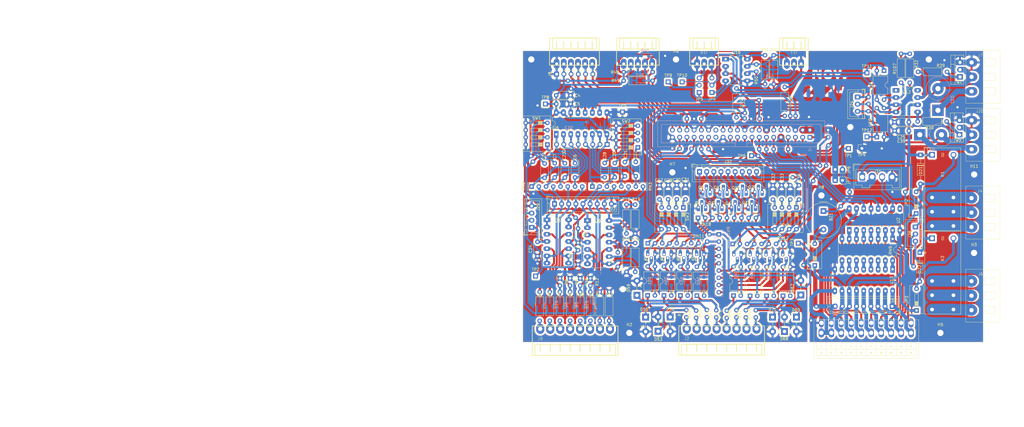
<source format=kicad_pcb>
(kicad_pcb
	(version 20240108)
	(generator "pcbnew")
	(generator_version "8.0")
	(general
		(thickness 1.6)
		(legacy_teardrops no)
	)
	(paper "A4")
	(layers
		(0 "F.Cu" signal)
		(1 "In1.Cu" signal)
		(2 "In2.Cu" signal)
		(31 "B.Cu" signal)
		(32 "B.Adhes" user "B.Adhesive")
		(33 "F.Adhes" user "F.Adhesive")
		(34 "B.Paste" user)
		(35 "F.Paste" user)
		(36 "B.SilkS" user "B.Silkscreen")
		(37 "F.SilkS" user "F.Silkscreen")
		(38 "B.Mask" user)
		(39 "F.Mask" user)
		(40 "Dwgs.User" user "User.Drawings")
		(41 "Cmts.User" user "User.Comments")
		(42 "Eco1.User" user "User.Eco1")
		(43 "Eco2.User" user "User.Eco2")
		(44 "Edge.Cuts" user)
		(45 "Margin" user)
		(46 "B.CrtYd" user "B.Courtyard")
		(47 "F.CrtYd" user "F.Courtyard")
		(48 "B.Fab" user)
		(49 "F.Fab" user)
		(50 "User.1" user)
		(51 "User.2" user)
		(52 "User.3" user)
		(53 "User.4" user)
		(54 "User.5" user)
		(55 "User.6" user)
		(56 "User.7" user)
		(57 "User.8" user)
		(58 "User.9" user)
	)
	(setup
		(stackup
			(layer "F.SilkS"
				(type "Top Silk Screen")
			)
			(layer "F.Paste"
				(type "Top Solder Paste")
			)
			(layer "F.Mask"
				(type "Top Solder Mask")
				(thickness 0.01)
			)
			(layer "F.Cu"
				(type "copper")
				(thickness 0.035)
			)
			(layer "dielectric 1"
				(type "prepreg")
				(thickness 0.1)
				(material "FR4")
				(epsilon_r 4.5)
				(loss_tangent 0.02)
			)
			(layer "In1.Cu"
				(type "copper")
				(thickness 0.035)
			)
			(layer "dielectric 2"
				(type "core")
				(thickness 1.24)
				(material "FR4")
				(epsilon_r 4.5)
				(loss_tangent 0.02)
			)
			(layer "In2.Cu"
				(type "copper")
				(thickness 0.035)
			)
			(layer "dielectric 3"
				(type "prepreg")
				(thickness 0.1)
				(material "FR4")
				(epsilon_r 4.5)
				(loss_tangent 0.02)
			)
			(layer "B.Cu"
				(type "copper")
				(thickness 0.035)
			)
			(layer "B.Mask"
				(type "Bottom Solder Mask")
				(thickness 0.01)
			)
			(layer "B.Paste"
				(type "Bottom Solder Paste")
			)
			(layer "B.SilkS"
				(type "Bottom Silk Screen")
				(color "Red")
			)
			(copper_finish "None")
			(dielectric_constraints no)
		)
		(pad_to_mask_clearance 0)
		(allow_soldermask_bridges_in_footprints no)
		(pcbplotparams
			(layerselection 0x0000000_7ffffff9)
			(plot_on_all_layers_selection 0x00290ba_00000000)
			(disableapertmacros no)
			(usegerberextensions no)
			(usegerberattributes no)
			(usegerberadvancedattributes yes)
			(creategerberjobfile yes)
			(dashed_line_dash_ratio 12.000000)
			(dashed_line_gap_ratio 3.000000)
			(svgprecision 4)
			(plotframeref no)
			(viasonmask no)
			(mode 1)
			(useauxorigin no)
			(hpglpennumber 1)
			(hpglpenspeed 20)
			(hpglpendiameter 15.000000)
			(pdf_front_fp_property_popups yes)
			(pdf_back_fp_property_popups yes)
			(dxfpolygonmode yes)
			(dxfimperialunits yes)
			(dxfusepcbnewfont yes)
			(psnegative no)
			(psa4output no)
			(plotreference no)
			(plotvalue no)
			(plotfptext no)
			(plotinvisibletext no)
			(sketchpadsonfab no)
			(subtractmaskfromsilk no)
			(outputformat 5)
			(mirror no)
			(drillshape 1)
			(scaleselection 1)
			(outputdirectory "export/")
		)
	)
	(net 0 "")
	(net 1 "+5V")
	(net 2 "/Buzzer")
	(net 3 "GND")
	(net 4 "+3V3")
	(net 5 "/ADC_CH3")
	(net 6 "/ADC_CH1")
	(net 7 "+12V")
	(net 8 "/Dig-IN_1")
	(net 9 "-5V")
	(net 10 "/ADC_CH5")
	(net 11 "/ADC_CH6")
	(net 12 "/ADC_CH0")
	(net 13 "/ADC_CH2")
	(net 14 "/ADC_CH7")
	(net 15 "/ADC_CH4")
	(net 16 "/Dig-IN_2")
	(net 17 "/Dig-IN_3")
	(net 18 "/Dig-IN_4")
	(net 19 "/Dig-IN_5")
	(net 20 "/Dig-IN_6")
	(net 21 "/Dig-IN_7")
	(net 22 "/Dig-IN_8")
	(net 23 "OUT_Digital_1_open-drain")
	(net 24 "Net-(U3C-+)")
	(net 25 "Net-(U3D-+)")
	(net 26 "IN_Analog_T1 (0-3.3V)")
	(net 27 "IN_Analog_T5 (0-12V)")
	(net 28 "Net-(U9B-+)")
	(net 29 "/OUT_PWM_1_diode")
	(net 30 "/OUT_PWM_2_diode")
	(net 31 "Net-(U9A-+)")
	(net 32 "OUT_Digital_2_open-drain")
	(net 33 "OUT_Digital_3_open-drain")
	(net 34 "OUT_Digital_4_open-drain")
	(net 35 "OUT_Digital_5_open-drain")
	(net 36 "Net-(U3A-+)")
	(net 37 "I2C_SDA")
	(net 38 "RS485_B")
	(net 39 "RS485_A")
	(net 40 "Net-(D50-A1)")
	(net 41 "Net-(D51-A)")
	(net 42 "Net-(D53-A1)")
	(net 43 "Net-(D54-A)")
	(net 44 "Net-(D56-A1)")
	(net 45 "Net-(D57-A)")
	(net 46 "Net-(D59-A1)")
	(net 47 "Net-(D60-A)")
	(net 48 "Net-(D62-A1)")
	(net 49 "Net-(D63-A)")
	(net 50 "Net-(D65-A1)")
	(net 51 "Net-(D66-A)")
	(net 52 "Net-(D68-A1)")
	(net 53 "Net-(D69-A)")
	(net 54 "Net-(D71-A1)")
	(net 55 "Net-(D72-A)")
	(net 56 "unconnected-(J1-ID_SD{slash}GPIO0-Pad27)")
	(net 57 "/SPI_CE0_ADC")
	(net 58 "Net-(J1-3V3-Pad1)")
	(net 59 "/SPI0_miso_ADC")
	(net 60 "/UART_DIR-T")
	(net 61 "/SPI0_mosi_ADC")
	(net 62 "/SPI0_sclk_ADC")
	(net 63 "/UART_TX")
	(net 64 "/SPI1_miso_FREE")
	(net 65 "/SR-OUT_latch")
	(net 66 "/SPI1_mosi_FREE")
	(net 67 "/SR-OUT_clock")
	(net 68 "/SR-OUT_data")
	(net 69 "unconnected-(J1-ID_SC{slash}GPIO1-Pad28)")
	(net 70 "/SPI1_CE_FREE")
	(net 71 "/UART_RX")
	(net 72 "/OUT_PWM_2")
	(net 73 "/SPI1_sclk_FREE")
	(net 74 "/OUT_PWM_1")
	(net 75 "IN_Digital_8")
	(net 76 "IN_Digital_5")
	(net 77 "IN_Digital_2")
	(net 78 "IN_Digital_3")
	(net 79 "IN_Digital_4")
	(net 80 "IN_Digital_6")
	(net 81 "IN_Digital_7")
	(net 82 "IN_Digital_1")
	(net 83 "OUT_Digital_8")
	(net 84 "OUT_Digital_7_open-drain")
	(net 85 "OUT_Digital_2")
	(net 86 "OUT_Digital_4")
	(net 87 "OUT_Digital_5")
	(net 88 "OUT_Digital_6")
	(net 89 "OUT_Digital_3")
	(net 90 "OUT_Digital_7")
	(net 91 "OUT_Digital_8_open-drain")
	(net 92 "OUT_Digital_1")
	(net 93 "OUT_Digital_6_open-drain")
	(net 94 "Net-(J4-Pin_1)")
	(net 95 "Net-(J4-Pin_2)")
	(net 96 "Net-(J4-Pin_3)")
	(net 97 "OUT_Digital_COM_open-drain")
	(net 98 "Net-(J6-Pin_1)")
	(net 99 "Net-(J6-Pin_3)")
	(net 100 "Net-(J6-Pin_2)")
	(net 101 "IN_Analog_T4 (0-5V)")
	(net 102 "IN_Analog_T2 (0-3.3V)")
	(net 103 "IN_Analog_T8 (0-20mA)")
	(net 104 "IN_Analog_T6 (0-24V)")
	(net 105 "IN_Analog_T7 (0-20mA)")
	(net 106 "IN_Analog_T3 (0-5V)")
	(net 107 "Net-(Q1-G)")
	(net 108 "Net-(Q2-G)")
	(net 109 "Net-(Q2-D)")
	(net 110 "Net-(Q5-G)")
	(net 111 "Net-(C17-Pad1)")
	(net 112 "Net-(Q7-G)")
	(net 113 "Net-(Q7-D)")
	(net 114 "Net-(C29-Pad1)")
	(net 115 "Net-(Q9-G)")
	(net 116 "Net-(C30-Pad1)")
	(net 117 "Net-(Q10-G)")
	(net 118 "Net-(Q11-D)")
	(net 119 "Net-(Q11-G)")
	(net 120 "Net-(C31-Pad1)")
	(net 121 "Net-(Q13-G)")
	(net 122 "Net-(Q13-D)")
	(net 123 "Net-(C32-Pad1)")
	(net 124 "Net-(Q15-D)")
	(net 125 "Net-(Q15-G)")
	(net 126 "Net-(C33-Pad1)")
	(net 127 "Net-(Q17-G)")
	(net 128 "Net-(Q17-D)")
	(net 129 "Net-(C34-Pad1)")
	(net 130 "Net-(Q19-D)")
	(net 131 "Net-(Q19-G)")
	(net 132 "Net-(C35-Pad1)")
	(net 133 "Net-(U9C--)")
	(net 134 "Net-(U12-~{OUTA})")
	(net 135 "Net-(U12-~{OUTB})")
	(net 136 "Net-(U12-INB)")
	(net 137 "Net-(R33-Pad1)")
	(net 138 "Net-(U9D--)")
	(net 139 "Net-(U12-INA)")
	(net 140 "Net-(R108-Pad1)")
	(net 141 "unconnected-(U2-QH'-Pad9)")
	(net 142 "unconnected-(U12-NC-Pad8)")
	(net 143 "unconnected-(U12-NC-Pad1)")
	(net 144 "Net-(U3B-+)")
	(net 145 "/LED_analog-CH1-T1")
	(net 146 "/LED_analog-CH5-T5")
	(net 147 "/LED_analog-CH0-T2")
	(net 148 "/LED_analog-CH7-T7")
	(net 149 "/LED_analog-CH3-T3")
	(net 150 "/LED_analog-CH2-T4")
	(net 151 "/LED_analog-CH4-T6")
	(net 152 "/LED_analog-CH6-T8")
	(net 153 "/LED_digital-out_2")
	(net 154 "/LED_digital-out_8")
	(net 155 "/LED_digital-out_6")
	(net 156 "/LED_digital-out_5")
	(net 157 "/LED_digital-out_4")
	(net 158 "/LED_digital-out_7")
	(net 159 "/LED_digital-out_1")
	(net 160 "/LED_digital-out_3")
	(net 161 "/LED_relay-1")
	(net 162 "/LED_PWM-1")
	(net 163 "/LED_PWM-2")
	(net 164 "/LED_relay-2")
	(net 165 "Net-(RN9-R2.2)")
	(net 166 "Net-(RN9-R8.2)")
	(net 167 "Net-(RN9-R7.2)")
	(net 168 "Net-(RN9-R5.2)")
	(net 169 "Net-(RN9-R1.2)")
	(net 170 "Net-(RN9-R6.2)")
	(net 171 "Net-(RN9-R3.2)")
	(net 172 "Net-(RN9-R4.2)")
	(net 173 "/DIP_EN-Filter-ADC3")
	(net 174 "/DIP_EN-Filter-ADC1")
	(net 175 "/DIP_EN-Filter-ADC5")
	(net 176 "/DIP_EN-Filter-ADC6")
	(net 177 "/DIP_EN-Filter-ADC0")
	(net 178 "/DIP_EN-Filter-ADC2")
	(net 179 "/DIP_EN-Filter-ADC7")
	(net 180 "/DIP_EN-Filter-ADC4")
	(net 181 "I2C_SCL")
	(net 182 "Net-(J10-Pin_2)")
	(net 183 "Net-(J10-Pin_1)")
	(net 184 "Net-(JP4-A)")
	(net 185 "Net-(JP5-A)")
	(net 186 "Net-(JP6-A)")
	(net 187 "+5VP")
	(net 188 "+3V3P")
	(footprint "Connector_JST:JST_XH_B9B-XH-A_1x09_P2.50mm_Vertical" (layer "F.Cu") (at 130.3415 74.427611))
	(footprint "Resistor_THT:R_Axial_DIN0207_L6.3mm_D2.5mm_P2.54mm_Vertical" (layer "F.Cu") (at 150.2831 36.755811 -90))
	(footprint "Button_Switch_THT:SW_DIP_SPSTx04_Slide_9.78x12.34mm_W7.62mm_P2.54mm" (layer "F.Cu") (at 76.9216 64.886811 180))
	(footprint "Package_TO_SOT_THT:TO-92_HandSolder" (layer "F.Cu") (at 129.9097 86.945411))
	(footprint "Package_DIP:DIP-4_W10.16mm" (layer "F.Cu") (at 192.5691 62.232811 90))
	(footprint "Button_Switch_THT:SW_DIP_SPSTx01_Slide_9.78x4.72mm_W7.62mm_P2.54mm" (layer "F.Cu") (at 170.7981 107.323311 90))
	(footprint "Relay_THT:Relay_SPDT_Omron_G2RL-1-E" (layer "F.Cu") (at 211.9771 68.473811))
	(footprint "Resistor_THT:R_Axial_DIN0207_L6.3mm_D2.5mm_P10.16mm_Horizontal" (layer "F.Cu") (at 98.5941 116.585511 -90))
	(footprint "Package_DIP:DIP-8_W7.62mm_LongPads" (layer "F.Cu") (at 139.4881 34.907811))
	(footprint "Diode_THT:D_DO-15_P5.08mm_Vertical_AnodeUp" (layer "F.Cu") (at 108.3451 117.810811 90))
	(footprint "custom-footprints1:WAGO 713-1430 MINI HD Stiftleiste gewinkelt 2x10-polig, RM 3,5" (layer "F.Cu") (at 188.8601 131.987811))
	(footprint "Resistor_THT:R_Array_SIP8" (layer "F.Cu") (at 112.1731 99.539861))
	(footprint "Resistor_THT:R_Axial_DIN0207_L6.3mm_D2.5mm_P10.16mm_Horizontal" (layer "F.Cu") (at 91.9901 116.585511 -90))
	(footprint "Capacitor_THT:C_Disc_D7.0mm_W2.5mm_P5.00mm" (layer "F.Cu") (at 73.4481 99.042811 -90))
	(footprint "Package_DIP:DIP-4_W10.16mm" (layer "F.Cu") (at 117.8423 117.898661 90))
	(footprint "Capacitor_THT:C_Disc_D7.0mm_W2.5mm_P5.00mm" (layer "F.Cu") (at 79.5041 76.426496 90))
	(footprint "Capacitor_THT:C_Disc_D7.0mm_W2.5mm_P5.00mm" (layer "F.Cu") (at 156.0971 84.190161 90))
	(footprint "Capacitor_THT:C_Disc_D7.0mm_W2.5mm_P5.00mm" (layer "F.Cu") (at 125.4093 84.107661 90))
	(footprint "custom-footprints1:MountingHole_2.2mm_NPTH-with-pad" (layer "F.Cu") (at 226.7599 75.392811))
	(footprint "custom-footprints1:MountingHole_2.2mm_NPTH-with-pad" (layer "F.Cu") (at 173.1151 82.758811))
	(footprint "Capacitor_THT:C_Disc_D7.0mm_W2.5mm_P5.00mm" (layer "F.Cu") (at 119.3133 84.107661 90))
	(footprint "Resistor_THT:R_Axial_DIN0207_L6.3mm_D2.5mm_P2.54mm_Vertical" (layer "F.Cu") (at 139.8945 125.767211 90))
	(footprint "Package_DIP:DIP-4_W10.16mm" (layer "F.Cu") (at 148.0783 118.004661 90))
	(footprint "Capacitor_THT:C_Disc_D7.0mm_W2.5mm_P5.00mm" (layer "F.Cu") (at 100.5861 76.368811 90))
	(footprint "Package_TO_SOT_THT:TO-92_HandSolder" (layer "F.Cu") (at 131.8401 103.459811 180))
	(footprint "Connector_JST:JST_XH_B4B-XH-A_1x04_P2.50mm_Vertical" (layer "F.Cu") (at 71.3991 93.962811 90))
	(footprint "Resistor_THT:R_Axial_DIN0207_L6.3mm_D2.5mm_P2.54mm_Vertical" (layer "F.Cu") (at 146.6001 125.585811 90))
	(footprint "Resistor_THT:R_Axial_DIN0207_L6.3mm_D2.5mm_P10.16mm_Horizontal" (layer "F.Cu") (at 217.0851 56.751811 180))
	(footprint "Resistor_THT:R_Axial_DIN0207_L6.3mm_D2.5mm_P10.16mm_Horizontal" (layer "F.Cu") (at 204.1311 33.002811 -90))
	(footprint "Capacitor_THT:C_Disc_D7.0mm_W2.5mm_P5.00mm"
		(layer "F.Cu")
		(uuid "225685cd-35d5-436d-aa61-4884f58dd0a3")
		(at 104.1421 76.032811 90)
		(descr "C, Disc series, Radial, pin pitch=5.00mm, , diameter*width=7*2.5mm^2, Capacitor, http://cdn-reichelt.de/documents/datenblatt/B300/DS_KERKO_TC.pdf")
		(tags "C Disc series Radial pin pitch 5.00mm  diameter 7mm width 2.5mm Capacitor")
		(property "Reference" "C21"
			(at 7.77 0.2195 90)
			(layer "F.SilkS")
			(uuid "61e59fa7-ec47-458c-91c9-670fc121632e")
			(effects
				(font
					(size 1 1)
					(thickness 0.15)
				)
			)
		)
		(property "Value" "100n"
			(at 2.418 0.012 90)
			(layer "F.Fab")
			(uuid "05ca397d-c5e5-49d0-b081-ed6e55c4ad21")
			(effects
				(font
					(size 1 1)
					(thickness 0.15)
				)
			)
... [2490436 chars truncated]
</source>
